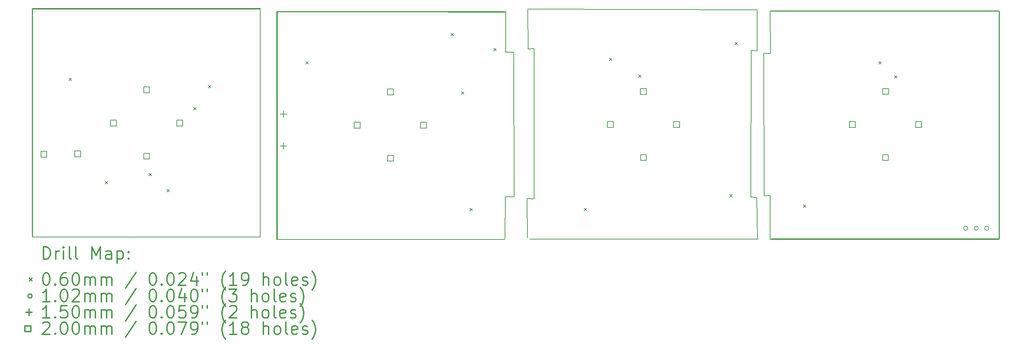
<source format=gbr>
%FSLAX45Y45*%
G04 Gerber Fmt 4.5, Leading zero omitted, Abs format (unit mm)*
G04 Created by KiCad (PCBNEW 4.0.6) date 05/08/17 10:58:55*
%MOMM*%
%LPD*%
G01*
G04 APERTURE LIST*
%ADD10C,0.127000*%
%ADD11C,0.150000*%
%ADD12C,0.200000*%
%ADD13C,0.300000*%
G04 APERTURE END LIST*
D10*
D11*
X15126190Y-7719950D02*
X20676410Y-7735250D01*
X14601950Y-8763870D02*
X14605850Y-7759710D01*
X14591970Y-12260010D02*
X14809350Y-12257470D01*
X14809350Y-12257470D02*
X14798890Y-8764090D01*
X14798890Y-8764090D02*
X14601950Y-8763870D01*
X14590270Y-13269610D02*
X14591970Y-12260010D01*
X15293110Y-8678290D02*
X15145290Y-8683810D01*
X15118870Y-12303930D02*
X15293110Y-12311990D01*
X20679770Y-13271630D02*
X20669270Y-12272430D01*
X20669270Y-12272430D02*
X20518910Y-12269890D01*
X20518910Y-12269890D02*
X20529410Y-8720590D01*
X20529410Y-8720590D02*
X20669610Y-8731090D01*
X20669610Y-8731090D02*
X20669610Y-7744590D01*
X15134790Y-7739510D02*
X15145290Y-8683810D01*
X15293110Y-8678290D02*
X15293110Y-12311990D01*
X15118870Y-12303930D02*
X15129370Y-13250530D01*
X20994170Y-8797350D02*
X20834450Y-8787510D01*
X20834450Y-8787510D02*
X20839530Y-12232470D01*
X20839530Y-12232470D02*
X20984330Y-12227930D01*
X20984330Y-12227930D02*
X20984330Y-13294730D01*
X20984330Y-13294730D02*
X26513530Y-13290290D01*
X26518610Y-7765790D02*
X20986870Y-7759450D01*
X20986870Y-7759450D02*
X20994170Y-8797350D01*
X3177810Y-13232890D02*
X8677810Y-13232890D01*
X3177810Y-13232890D02*
X3177810Y-7732890D01*
X8677810Y-13232890D02*
X8677810Y-7732890D01*
X9073010Y-7779790D02*
X14573010Y-7779790D01*
X9073010Y-13279790D02*
X9073010Y-7779790D01*
X3176210Y-7718290D02*
X8676210Y-7718290D01*
X8676410Y-13209690D02*
X8676410Y-7709690D01*
X3176410Y-13209690D02*
X3176410Y-7709690D01*
X14610510Y-7794590D02*
X9076510Y-7783190D01*
X9076510Y-13283190D02*
X9076510Y-7783190D01*
X26513210Y-7761890D02*
X21013210Y-7761890D01*
X21019610Y-13278290D02*
X26519610Y-13278290D01*
X26519610Y-13278290D02*
X26519610Y-7778290D01*
X26524010Y-7771090D02*
X21024010Y-7771090D01*
X26524010Y-13271090D02*
X26524010Y-7771090D01*
X15195210Y-13282590D02*
X20695210Y-13282590D01*
X20684310Y-13282590D02*
X15184310Y-13282590D01*
X9088410Y-13289590D02*
X14588410Y-13289590D01*
X9088410Y-7789590D02*
X14588410Y-7789590D01*
X9088410Y-13289590D02*
X9088410Y-7789590D01*
X14577510Y-13289590D02*
X9077510Y-13289590D01*
X14577510Y-7789590D02*
X9077510Y-7789590D01*
X9077510Y-13289590D02*
X9077510Y-7789590D01*
X3188010Y-7705990D02*
X8688010Y-7705990D01*
X8677110Y-7705990D02*
X3177110Y-7705990D01*
X8677110Y-13205990D02*
X8677110Y-7705990D01*
X3177110Y-13205990D02*
X3177110Y-7705990D01*
D12*
X4059010Y-9388390D02*
X4119010Y-9448390D01*
X4119010Y-9388390D02*
X4059010Y-9448390D01*
X4935300Y-11884400D02*
X4995300Y-11944400D01*
X4995300Y-11884400D02*
X4935300Y-11944400D01*
X5989310Y-11688290D02*
X6049310Y-11748290D01*
X6049310Y-11688290D02*
X5989310Y-11748290D01*
X6426810Y-12076690D02*
X6486810Y-12136690D01*
X6486810Y-12076690D02*
X6426810Y-12136690D01*
X7066210Y-10096890D02*
X7126210Y-10156890D01*
X7126210Y-10096890D02*
X7066210Y-10156890D01*
X7425410Y-9566390D02*
X7485410Y-9626390D01*
X7485410Y-9566390D02*
X7425410Y-9626390D01*
X9779010Y-8988590D02*
X9839010Y-9048590D01*
X9839010Y-8988590D02*
X9779010Y-9048590D01*
X13279510Y-8307290D02*
X13339510Y-8367290D01*
X13339510Y-8307290D02*
X13279510Y-8367290D01*
X13533510Y-9715790D02*
X13593510Y-9775790D01*
X13593510Y-9715790D02*
X13533510Y-9775790D01*
X13739610Y-12540890D02*
X13799610Y-12600890D01*
X13799610Y-12540890D02*
X13739610Y-12600890D01*
X14317710Y-8669590D02*
X14377710Y-8729590D01*
X14377710Y-8669590D02*
X14317710Y-8729590D01*
X16499610Y-12540890D02*
X16559610Y-12600890D01*
X16559610Y-12540890D02*
X16499610Y-12600890D01*
X17106330Y-8903390D02*
X17166330Y-8963390D01*
X17166330Y-8903390D02*
X17106330Y-8963390D01*
X17813510Y-9310690D02*
X17873510Y-9370690D01*
X17873510Y-9310690D02*
X17813510Y-9370690D01*
X20012910Y-12202490D02*
X20072910Y-12262490D01*
X20072910Y-12202490D02*
X20012910Y-12262490D01*
X20138810Y-8524390D02*
X20198810Y-8584390D01*
X20198810Y-8524390D02*
X20138810Y-8584390D01*
X21793010Y-12455590D02*
X21853010Y-12515590D01*
X21853010Y-12455590D02*
X21793010Y-12515590D01*
X23607810Y-8988590D02*
X23667810Y-9048590D01*
X23667810Y-8988590D02*
X23607810Y-9048590D01*
X23995410Y-9328190D02*
X24055410Y-9388190D01*
X24055410Y-9328190D02*
X23995410Y-9388190D01*
X25759310Y-13018890D02*
G75*
G03X25759310Y-13018890I-50800J0D01*
G01*
X26013310Y-13018890D02*
G75*
G03X26013310Y-13018890I-50800J0D01*
G01*
X26267310Y-13018890D02*
G75*
G03X26267310Y-13018890I-50800J0D01*
G01*
X9238010Y-10184890D02*
X9238010Y-10334890D01*
X9163010Y-10259890D02*
X9313010Y-10259890D01*
X9238010Y-10958290D02*
X9238010Y-11108290D01*
X9163010Y-11033290D02*
X9313010Y-11033290D01*
X3522221Y-11300601D02*
X3522221Y-11159179D01*
X3380799Y-11159179D01*
X3380799Y-11300601D01*
X3522221Y-11300601D01*
X4342621Y-11294001D02*
X4342621Y-11152579D01*
X4201199Y-11152579D01*
X4201199Y-11294001D01*
X4342621Y-11294001D01*
X5204081Y-10545201D02*
X5204081Y-10403779D01*
X5062659Y-10403779D01*
X5062659Y-10545201D01*
X5204081Y-10545201D01*
X6004181Y-9745101D02*
X6004181Y-9603679D01*
X5862759Y-9603679D01*
X5862759Y-9745101D01*
X6004181Y-9745101D01*
X6004181Y-11347841D02*
X6004181Y-11206419D01*
X5862759Y-11206419D01*
X5862759Y-11347841D01*
X6004181Y-11347841D01*
X6804281Y-10545201D02*
X6804281Y-10403779D01*
X6662859Y-10403779D01*
X6662859Y-10545201D01*
X6804281Y-10545201D01*
X11089521Y-10598001D02*
X11089521Y-10456579D01*
X10948099Y-10456579D01*
X10948099Y-10598001D01*
X11089521Y-10598001D01*
X11889621Y-9795361D02*
X11889621Y-9653939D01*
X11748199Y-9653939D01*
X11748199Y-9795361D01*
X11889621Y-9795361D01*
X11889621Y-11398101D02*
X11889621Y-11256679D01*
X11748199Y-11256679D01*
X11748199Y-11398101D01*
X11889621Y-11398101D01*
X12689721Y-10598001D02*
X12689721Y-10456579D01*
X12548299Y-10456579D01*
X12548299Y-10598001D01*
X12689721Y-10598001D01*
X17201481Y-10579701D02*
X17201481Y-10438279D01*
X17060059Y-10438279D01*
X17060059Y-10579701D01*
X17201481Y-10579701D01*
X17996481Y-9782061D02*
X17996481Y-9640639D01*
X17855059Y-9640639D01*
X17855059Y-9782061D01*
X17996481Y-9782061D01*
X18001581Y-11379801D02*
X18001581Y-11238379D01*
X17860159Y-11238379D01*
X17860159Y-11379801D01*
X18001581Y-11379801D01*
X18801681Y-10579701D02*
X18801681Y-10438279D01*
X18660259Y-10438279D01*
X18660259Y-10579701D01*
X18801681Y-10579701D01*
X23046021Y-10579701D02*
X23046021Y-10438279D01*
X22904599Y-10438279D01*
X22904599Y-10579701D01*
X23046021Y-10579701D01*
X23843581Y-11379801D02*
X23843581Y-11238379D01*
X23702159Y-11238379D01*
X23702159Y-11379801D01*
X23843581Y-11379801D01*
X23846821Y-9781601D02*
X23846821Y-9640179D01*
X23705399Y-9640179D01*
X23705399Y-9781601D01*
X23846821Y-9781601D01*
X24646221Y-10579701D02*
X24646221Y-10438279D01*
X24504799Y-10438279D01*
X24504799Y-10579701D01*
X24646221Y-10579701D01*
D13*
X3440138Y-13767944D02*
X3440138Y-13467944D01*
X3511567Y-13467944D01*
X3554424Y-13482230D01*
X3582996Y-13510801D01*
X3597281Y-13539373D01*
X3611567Y-13596516D01*
X3611567Y-13639373D01*
X3597281Y-13696516D01*
X3582996Y-13725087D01*
X3554424Y-13753659D01*
X3511567Y-13767944D01*
X3440138Y-13767944D01*
X3740138Y-13767944D02*
X3740138Y-13567944D01*
X3740138Y-13625087D02*
X3754424Y-13596516D01*
X3768710Y-13582230D01*
X3797281Y-13567944D01*
X3825853Y-13567944D01*
X3925853Y-13767944D02*
X3925853Y-13567944D01*
X3925853Y-13467944D02*
X3911567Y-13482230D01*
X3925853Y-13496516D01*
X3940138Y-13482230D01*
X3925853Y-13467944D01*
X3925853Y-13496516D01*
X4111567Y-13767944D02*
X4082996Y-13753659D01*
X4068710Y-13725087D01*
X4068710Y-13467944D01*
X4268710Y-13767944D02*
X4240139Y-13753659D01*
X4225853Y-13725087D01*
X4225853Y-13467944D01*
X4611567Y-13767944D02*
X4611567Y-13467944D01*
X4711567Y-13682230D01*
X4811567Y-13467944D01*
X4811567Y-13767944D01*
X5082996Y-13767944D02*
X5082996Y-13610801D01*
X5068710Y-13582230D01*
X5040139Y-13567944D01*
X4982996Y-13567944D01*
X4954424Y-13582230D01*
X5082996Y-13753659D02*
X5054424Y-13767944D01*
X4982996Y-13767944D01*
X4954424Y-13753659D01*
X4940139Y-13725087D01*
X4940139Y-13696516D01*
X4954424Y-13667944D01*
X4982996Y-13653659D01*
X5054424Y-13653659D01*
X5082996Y-13639373D01*
X5225853Y-13567944D02*
X5225853Y-13867944D01*
X5225853Y-13582230D02*
X5254424Y-13567944D01*
X5311567Y-13567944D01*
X5340139Y-13582230D01*
X5354424Y-13596516D01*
X5368710Y-13625087D01*
X5368710Y-13710801D01*
X5354424Y-13739373D01*
X5340139Y-13753659D01*
X5311567Y-13767944D01*
X5254424Y-13767944D01*
X5225853Y-13753659D01*
X5497281Y-13739373D02*
X5511567Y-13753659D01*
X5497281Y-13767944D01*
X5482996Y-13753659D01*
X5497281Y-13739373D01*
X5497281Y-13767944D01*
X5497281Y-13582230D02*
X5511567Y-13596516D01*
X5497281Y-13610801D01*
X5482996Y-13596516D01*
X5497281Y-13582230D01*
X5497281Y-13610801D01*
X3108710Y-14232230D02*
X3168710Y-14292230D01*
X3168710Y-14232230D02*
X3108710Y-14292230D01*
X3497281Y-14097944D02*
X3525853Y-14097944D01*
X3554424Y-14112230D01*
X3568710Y-14126516D01*
X3582996Y-14155087D01*
X3597281Y-14212230D01*
X3597281Y-14283659D01*
X3582996Y-14340801D01*
X3568710Y-14369373D01*
X3554424Y-14383659D01*
X3525853Y-14397944D01*
X3497281Y-14397944D01*
X3468710Y-14383659D01*
X3454424Y-14369373D01*
X3440138Y-14340801D01*
X3425853Y-14283659D01*
X3425853Y-14212230D01*
X3440138Y-14155087D01*
X3454424Y-14126516D01*
X3468710Y-14112230D01*
X3497281Y-14097944D01*
X3725853Y-14369373D02*
X3740138Y-14383659D01*
X3725853Y-14397944D01*
X3711567Y-14383659D01*
X3725853Y-14369373D01*
X3725853Y-14397944D01*
X3997281Y-14097944D02*
X3940138Y-14097944D01*
X3911567Y-14112230D01*
X3897281Y-14126516D01*
X3868710Y-14169373D01*
X3854424Y-14226516D01*
X3854424Y-14340801D01*
X3868710Y-14369373D01*
X3882996Y-14383659D01*
X3911567Y-14397944D01*
X3968710Y-14397944D01*
X3997281Y-14383659D01*
X4011567Y-14369373D01*
X4025853Y-14340801D01*
X4025853Y-14269373D01*
X4011567Y-14240801D01*
X3997281Y-14226516D01*
X3968710Y-14212230D01*
X3911567Y-14212230D01*
X3882996Y-14226516D01*
X3868710Y-14240801D01*
X3854424Y-14269373D01*
X4211567Y-14097944D02*
X4240139Y-14097944D01*
X4268710Y-14112230D01*
X4282996Y-14126516D01*
X4297281Y-14155087D01*
X4311567Y-14212230D01*
X4311567Y-14283659D01*
X4297281Y-14340801D01*
X4282996Y-14369373D01*
X4268710Y-14383659D01*
X4240139Y-14397944D01*
X4211567Y-14397944D01*
X4182996Y-14383659D01*
X4168710Y-14369373D01*
X4154424Y-14340801D01*
X4140138Y-14283659D01*
X4140138Y-14212230D01*
X4154424Y-14155087D01*
X4168710Y-14126516D01*
X4182996Y-14112230D01*
X4211567Y-14097944D01*
X4440139Y-14397944D02*
X4440139Y-14197944D01*
X4440139Y-14226516D02*
X4454424Y-14212230D01*
X4482996Y-14197944D01*
X4525853Y-14197944D01*
X4554424Y-14212230D01*
X4568710Y-14240801D01*
X4568710Y-14397944D01*
X4568710Y-14240801D02*
X4582996Y-14212230D01*
X4611567Y-14197944D01*
X4654424Y-14197944D01*
X4682996Y-14212230D01*
X4697281Y-14240801D01*
X4697281Y-14397944D01*
X4840139Y-14397944D02*
X4840139Y-14197944D01*
X4840139Y-14226516D02*
X4854424Y-14212230D01*
X4882996Y-14197944D01*
X4925853Y-14197944D01*
X4954424Y-14212230D01*
X4968710Y-14240801D01*
X4968710Y-14397944D01*
X4968710Y-14240801D02*
X4982996Y-14212230D01*
X5011567Y-14197944D01*
X5054424Y-14197944D01*
X5082996Y-14212230D01*
X5097281Y-14240801D01*
X5097281Y-14397944D01*
X5682996Y-14083659D02*
X5425853Y-14469373D01*
X6068710Y-14097944D02*
X6097281Y-14097944D01*
X6125853Y-14112230D01*
X6140138Y-14126516D01*
X6154424Y-14155087D01*
X6168710Y-14212230D01*
X6168710Y-14283659D01*
X6154424Y-14340801D01*
X6140138Y-14369373D01*
X6125853Y-14383659D01*
X6097281Y-14397944D01*
X6068710Y-14397944D01*
X6040138Y-14383659D01*
X6025853Y-14369373D01*
X6011567Y-14340801D01*
X5997281Y-14283659D01*
X5997281Y-14212230D01*
X6011567Y-14155087D01*
X6025853Y-14126516D01*
X6040138Y-14112230D01*
X6068710Y-14097944D01*
X6297281Y-14369373D02*
X6311567Y-14383659D01*
X6297281Y-14397944D01*
X6282996Y-14383659D01*
X6297281Y-14369373D01*
X6297281Y-14397944D01*
X6497281Y-14097944D02*
X6525853Y-14097944D01*
X6554424Y-14112230D01*
X6568710Y-14126516D01*
X6582995Y-14155087D01*
X6597281Y-14212230D01*
X6597281Y-14283659D01*
X6582995Y-14340801D01*
X6568710Y-14369373D01*
X6554424Y-14383659D01*
X6525853Y-14397944D01*
X6497281Y-14397944D01*
X6468710Y-14383659D01*
X6454424Y-14369373D01*
X6440138Y-14340801D01*
X6425853Y-14283659D01*
X6425853Y-14212230D01*
X6440138Y-14155087D01*
X6454424Y-14126516D01*
X6468710Y-14112230D01*
X6497281Y-14097944D01*
X6711567Y-14126516D02*
X6725853Y-14112230D01*
X6754424Y-14097944D01*
X6825853Y-14097944D01*
X6854424Y-14112230D01*
X6868710Y-14126516D01*
X6882995Y-14155087D01*
X6882995Y-14183659D01*
X6868710Y-14226516D01*
X6697281Y-14397944D01*
X6882995Y-14397944D01*
X7140138Y-14197944D02*
X7140138Y-14397944D01*
X7068710Y-14083659D02*
X6997281Y-14297944D01*
X7182995Y-14297944D01*
X7282996Y-14097944D02*
X7282996Y-14155087D01*
X7397281Y-14097944D02*
X7397281Y-14155087D01*
X7840138Y-14512230D02*
X7825853Y-14497944D01*
X7797281Y-14455087D01*
X7782995Y-14426516D01*
X7768710Y-14383659D01*
X7754424Y-14312230D01*
X7754424Y-14255087D01*
X7768710Y-14183659D01*
X7782995Y-14140801D01*
X7797281Y-14112230D01*
X7825853Y-14069373D01*
X7840138Y-14055087D01*
X8111567Y-14397944D02*
X7940138Y-14397944D01*
X8025853Y-14397944D02*
X8025853Y-14097944D01*
X7997281Y-14140801D01*
X7968710Y-14169373D01*
X7940138Y-14183659D01*
X8254424Y-14397944D02*
X8311567Y-14397944D01*
X8340138Y-14383659D01*
X8354424Y-14369373D01*
X8382995Y-14326516D01*
X8397281Y-14269373D01*
X8397281Y-14155087D01*
X8382995Y-14126516D01*
X8368710Y-14112230D01*
X8340138Y-14097944D01*
X8282995Y-14097944D01*
X8254424Y-14112230D01*
X8240138Y-14126516D01*
X8225853Y-14155087D01*
X8225853Y-14226516D01*
X8240138Y-14255087D01*
X8254424Y-14269373D01*
X8282995Y-14283659D01*
X8340138Y-14283659D01*
X8368710Y-14269373D01*
X8382995Y-14255087D01*
X8397281Y-14226516D01*
X8754424Y-14397944D02*
X8754424Y-14097944D01*
X8882996Y-14397944D02*
X8882996Y-14240801D01*
X8868710Y-14212230D01*
X8840138Y-14197944D01*
X8797281Y-14197944D01*
X8768710Y-14212230D01*
X8754424Y-14226516D01*
X9068710Y-14397944D02*
X9040138Y-14383659D01*
X9025853Y-14369373D01*
X9011567Y-14340801D01*
X9011567Y-14255087D01*
X9025853Y-14226516D01*
X9040138Y-14212230D01*
X9068710Y-14197944D01*
X9111567Y-14197944D01*
X9140138Y-14212230D01*
X9154424Y-14226516D01*
X9168710Y-14255087D01*
X9168710Y-14340801D01*
X9154424Y-14369373D01*
X9140138Y-14383659D01*
X9111567Y-14397944D01*
X9068710Y-14397944D01*
X9340138Y-14397944D02*
X9311567Y-14383659D01*
X9297281Y-14355087D01*
X9297281Y-14097944D01*
X9568710Y-14383659D02*
X9540139Y-14397944D01*
X9482996Y-14397944D01*
X9454424Y-14383659D01*
X9440139Y-14355087D01*
X9440139Y-14240801D01*
X9454424Y-14212230D01*
X9482996Y-14197944D01*
X9540139Y-14197944D01*
X9568710Y-14212230D01*
X9582996Y-14240801D01*
X9582996Y-14269373D01*
X9440139Y-14297944D01*
X9697281Y-14383659D02*
X9725853Y-14397944D01*
X9782996Y-14397944D01*
X9811567Y-14383659D01*
X9825853Y-14355087D01*
X9825853Y-14340801D01*
X9811567Y-14312230D01*
X9782996Y-14297944D01*
X9740139Y-14297944D01*
X9711567Y-14283659D01*
X9697281Y-14255087D01*
X9697281Y-14240801D01*
X9711567Y-14212230D01*
X9740139Y-14197944D01*
X9782996Y-14197944D01*
X9811567Y-14212230D01*
X9925853Y-14512230D02*
X9940139Y-14497944D01*
X9968710Y-14455087D01*
X9982996Y-14426516D01*
X9997281Y-14383659D01*
X10011567Y-14312230D01*
X10011567Y-14255087D01*
X9997281Y-14183659D01*
X9982996Y-14140801D01*
X9968710Y-14112230D01*
X9940139Y-14069373D01*
X9925853Y-14055087D01*
X3168710Y-14658230D02*
G75*
G03X3168710Y-14658230I-50800J0D01*
G01*
X3597281Y-14793944D02*
X3425853Y-14793944D01*
X3511567Y-14793944D02*
X3511567Y-14493944D01*
X3482996Y-14536801D01*
X3454424Y-14565373D01*
X3425853Y-14579659D01*
X3725853Y-14765373D02*
X3740138Y-14779659D01*
X3725853Y-14793944D01*
X3711567Y-14779659D01*
X3725853Y-14765373D01*
X3725853Y-14793944D01*
X3925853Y-14493944D02*
X3954424Y-14493944D01*
X3982996Y-14508230D01*
X3997281Y-14522516D01*
X4011567Y-14551087D01*
X4025853Y-14608230D01*
X4025853Y-14679659D01*
X4011567Y-14736801D01*
X3997281Y-14765373D01*
X3982996Y-14779659D01*
X3954424Y-14793944D01*
X3925853Y-14793944D01*
X3897281Y-14779659D01*
X3882996Y-14765373D01*
X3868710Y-14736801D01*
X3854424Y-14679659D01*
X3854424Y-14608230D01*
X3868710Y-14551087D01*
X3882996Y-14522516D01*
X3897281Y-14508230D01*
X3925853Y-14493944D01*
X4140138Y-14522516D02*
X4154424Y-14508230D01*
X4182996Y-14493944D01*
X4254424Y-14493944D01*
X4282996Y-14508230D01*
X4297281Y-14522516D01*
X4311567Y-14551087D01*
X4311567Y-14579659D01*
X4297281Y-14622516D01*
X4125853Y-14793944D01*
X4311567Y-14793944D01*
X4440139Y-14793944D02*
X4440139Y-14593944D01*
X4440139Y-14622516D02*
X4454424Y-14608230D01*
X4482996Y-14593944D01*
X4525853Y-14593944D01*
X4554424Y-14608230D01*
X4568710Y-14636801D01*
X4568710Y-14793944D01*
X4568710Y-14636801D02*
X4582996Y-14608230D01*
X4611567Y-14593944D01*
X4654424Y-14593944D01*
X4682996Y-14608230D01*
X4697281Y-14636801D01*
X4697281Y-14793944D01*
X4840139Y-14793944D02*
X4840139Y-14593944D01*
X4840139Y-14622516D02*
X4854424Y-14608230D01*
X4882996Y-14593944D01*
X4925853Y-14593944D01*
X4954424Y-14608230D01*
X4968710Y-14636801D01*
X4968710Y-14793944D01*
X4968710Y-14636801D02*
X4982996Y-14608230D01*
X5011567Y-14593944D01*
X5054424Y-14593944D01*
X5082996Y-14608230D01*
X5097281Y-14636801D01*
X5097281Y-14793944D01*
X5682996Y-14479659D02*
X5425853Y-14865373D01*
X6068710Y-14493944D02*
X6097281Y-14493944D01*
X6125853Y-14508230D01*
X6140138Y-14522516D01*
X6154424Y-14551087D01*
X6168710Y-14608230D01*
X6168710Y-14679659D01*
X6154424Y-14736801D01*
X6140138Y-14765373D01*
X6125853Y-14779659D01*
X6097281Y-14793944D01*
X6068710Y-14793944D01*
X6040138Y-14779659D01*
X6025853Y-14765373D01*
X6011567Y-14736801D01*
X5997281Y-14679659D01*
X5997281Y-14608230D01*
X6011567Y-14551087D01*
X6025853Y-14522516D01*
X6040138Y-14508230D01*
X6068710Y-14493944D01*
X6297281Y-14765373D02*
X6311567Y-14779659D01*
X6297281Y-14793944D01*
X6282996Y-14779659D01*
X6297281Y-14765373D01*
X6297281Y-14793944D01*
X6497281Y-14493944D02*
X6525853Y-14493944D01*
X6554424Y-14508230D01*
X6568710Y-14522516D01*
X6582995Y-14551087D01*
X6597281Y-14608230D01*
X6597281Y-14679659D01*
X6582995Y-14736801D01*
X6568710Y-14765373D01*
X6554424Y-14779659D01*
X6525853Y-14793944D01*
X6497281Y-14793944D01*
X6468710Y-14779659D01*
X6454424Y-14765373D01*
X6440138Y-14736801D01*
X6425853Y-14679659D01*
X6425853Y-14608230D01*
X6440138Y-14551087D01*
X6454424Y-14522516D01*
X6468710Y-14508230D01*
X6497281Y-14493944D01*
X6854424Y-14593944D02*
X6854424Y-14793944D01*
X6782995Y-14479659D02*
X6711567Y-14693944D01*
X6897281Y-14693944D01*
X7068710Y-14493944D02*
X7097281Y-14493944D01*
X7125853Y-14508230D01*
X7140138Y-14522516D01*
X7154424Y-14551087D01*
X7168710Y-14608230D01*
X7168710Y-14679659D01*
X7154424Y-14736801D01*
X7140138Y-14765373D01*
X7125853Y-14779659D01*
X7097281Y-14793944D01*
X7068710Y-14793944D01*
X7040138Y-14779659D01*
X7025853Y-14765373D01*
X7011567Y-14736801D01*
X6997281Y-14679659D01*
X6997281Y-14608230D01*
X7011567Y-14551087D01*
X7025853Y-14522516D01*
X7040138Y-14508230D01*
X7068710Y-14493944D01*
X7282996Y-14493944D02*
X7282996Y-14551087D01*
X7397281Y-14493944D02*
X7397281Y-14551087D01*
X7840138Y-14908230D02*
X7825853Y-14893944D01*
X7797281Y-14851087D01*
X7782995Y-14822516D01*
X7768710Y-14779659D01*
X7754424Y-14708230D01*
X7754424Y-14651087D01*
X7768710Y-14579659D01*
X7782995Y-14536801D01*
X7797281Y-14508230D01*
X7825853Y-14465373D01*
X7840138Y-14451087D01*
X7925853Y-14493944D02*
X8111567Y-14493944D01*
X8011567Y-14608230D01*
X8054424Y-14608230D01*
X8082995Y-14622516D01*
X8097281Y-14636801D01*
X8111567Y-14665373D01*
X8111567Y-14736801D01*
X8097281Y-14765373D01*
X8082995Y-14779659D01*
X8054424Y-14793944D01*
X7968710Y-14793944D01*
X7940138Y-14779659D01*
X7925853Y-14765373D01*
X8468710Y-14793944D02*
X8468710Y-14493944D01*
X8597281Y-14793944D02*
X8597281Y-14636801D01*
X8582996Y-14608230D01*
X8554424Y-14593944D01*
X8511567Y-14593944D01*
X8482996Y-14608230D01*
X8468710Y-14622516D01*
X8782996Y-14793944D02*
X8754424Y-14779659D01*
X8740138Y-14765373D01*
X8725853Y-14736801D01*
X8725853Y-14651087D01*
X8740138Y-14622516D01*
X8754424Y-14608230D01*
X8782996Y-14593944D01*
X8825853Y-14593944D01*
X8854424Y-14608230D01*
X8868710Y-14622516D01*
X8882996Y-14651087D01*
X8882996Y-14736801D01*
X8868710Y-14765373D01*
X8854424Y-14779659D01*
X8825853Y-14793944D01*
X8782996Y-14793944D01*
X9054424Y-14793944D02*
X9025853Y-14779659D01*
X9011567Y-14751087D01*
X9011567Y-14493944D01*
X9282996Y-14779659D02*
X9254424Y-14793944D01*
X9197281Y-14793944D01*
X9168710Y-14779659D01*
X9154424Y-14751087D01*
X9154424Y-14636801D01*
X9168710Y-14608230D01*
X9197281Y-14593944D01*
X9254424Y-14593944D01*
X9282996Y-14608230D01*
X9297281Y-14636801D01*
X9297281Y-14665373D01*
X9154424Y-14693944D01*
X9411567Y-14779659D02*
X9440139Y-14793944D01*
X9497281Y-14793944D01*
X9525853Y-14779659D01*
X9540139Y-14751087D01*
X9540139Y-14736801D01*
X9525853Y-14708230D01*
X9497281Y-14693944D01*
X9454424Y-14693944D01*
X9425853Y-14679659D01*
X9411567Y-14651087D01*
X9411567Y-14636801D01*
X9425853Y-14608230D01*
X9454424Y-14593944D01*
X9497281Y-14593944D01*
X9525853Y-14608230D01*
X9640138Y-14908230D02*
X9654424Y-14893944D01*
X9682996Y-14851087D01*
X9697281Y-14822516D01*
X9711567Y-14779659D01*
X9725853Y-14708230D01*
X9725853Y-14651087D01*
X9711567Y-14579659D01*
X9697281Y-14536801D01*
X9682996Y-14508230D01*
X9654424Y-14465373D01*
X9640138Y-14451087D01*
X3093710Y-14979230D02*
X3093710Y-15129230D01*
X3018710Y-15054230D02*
X3168710Y-15054230D01*
X3597281Y-15189944D02*
X3425853Y-15189944D01*
X3511567Y-15189944D02*
X3511567Y-14889944D01*
X3482996Y-14932801D01*
X3454424Y-14961373D01*
X3425853Y-14975659D01*
X3725853Y-15161373D02*
X3740138Y-15175659D01*
X3725853Y-15189944D01*
X3711567Y-15175659D01*
X3725853Y-15161373D01*
X3725853Y-15189944D01*
X4011567Y-14889944D02*
X3868710Y-14889944D01*
X3854424Y-15032801D01*
X3868710Y-15018516D01*
X3897281Y-15004230D01*
X3968710Y-15004230D01*
X3997281Y-15018516D01*
X4011567Y-15032801D01*
X4025853Y-15061373D01*
X4025853Y-15132801D01*
X4011567Y-15161373D01*
X3997281Y-15175659D01*
X3968710Y-15189944D01*
X3897281Y-15189944D01*
X3868710Y-15175659D01*
X3854424Y-15161373D01*
X4211567Y-14889944D02*
X4240139Y-14889944D01*
X4268710Y-14904230D01*
X4282996Y-14918516D01*
X4297281Y-14947087D01*
X4311567Y-15004230D01*
X4311567Y-15075659D01*
X4297281Y-15132801D01*
X4282996Y-15161373D01*
X4268710Y-15175659D01*
X4240139Y-15189944D01*
X4211567Y-15189944D01*
X4182996Y-15175659D01*
X4168710Y-15161373D01*
X4154424Y-15132801D01*
X4140138Y-15075659D01*
X4140138Y-15004230D01*
X4154424Y-14947087D01*
X4168710Y-14918516D01*
X4182996Y-14904230D01*
X4211567Y-14889944D01*
X4440139Y-15189944D02*
X4440139Y-14989944D01*
X4440139Y-15018516D02*
X4454424Y-15004230D01*
X4482996Y-14989944D01*
X4525853Y-14989944D01*
X4554424Y-15004230D01*
X4568710Y-15032801D01*
X4568710Y-15189944D01*
X4568710Y-15032801D02*
X4582996Y-15004230D01*
X4611567Y-14989944D01*
X4654424Y-14989944D01*
X4682996Y-15004230D01*
X4697281Y-15032801D01*
X4697281Y-15189944D01*
X4840139Y-15189944D02*
X4840139Y-14989944D01*
X4840139Y-15018516D02*
X4854424Y-15004230D01*
X4882996Y-14989944D01*
X4925853Y-14989944D01*
X4954424Y-15004230D01*
X4968710Y-15032801D01*
X4968710Y-15189944D01*
X4968710Y-15032801D02*
X4982996Y-15004230D01*
X5011567Y-14989944D01*
X5054424Y-14989944D01*
X5082996Y-15004230D01*
X5097281Y-15032801D01*
X5097281Y-15189944D01*
X5682996Y-14875659D02*
X5425853Y-15261373D01*
X6068710Y-14889944D02*
X6097281Y-14889944D01*
X6125853Y-14904230D01*
X6140138Y-14918516D01*
X6154424Y-14947087D01*
X6168710Y-15004230D01*
X6168710Y-15075659D01*
X6154424Y-15132801D01*
X6140138Y-15161373D01*
X6125853Y-15175659D01*
X6097281Y-15189944D01*
X6068710Y-15189944D01*
X6040138Y-15175659D01*
X6025853Y-15161373D01*
X6011567Y-15132801D01*
X5997281Y-15075659D01*
X5997281Y-15004230D01*
X6011567Y-14947087D01*
X6025853Y-14918516D01*
X6040138Y-14904230D01*
X6068710Y-14889944D01*
X6297281Y-15161373D02*
X6311567Y-15175659D01*
X6297281Y-15189944D01*
X6282996Y-15175659D01*
X6297281Y-15161373D01*
X6297281Y-15189944D01*
X6497281Y-14889944D02*
X6525853Y-14889944D01*
X6554424Y-14904230D01*
X6568710Y-14918516D01*
X6582995Y-14947087D01*
X6597281Y-15004230D01*
X6597281Y-15075659D01*
X6582995Y-15132801D01*
X6568710Y-15161373D01*
X6554424Y-15175659D01*
X6525853Y-15189944D01*
X6497281Y-15189944D01*
X6468710Y-15175659D01*
X6454424Y-15161373D01*
X6440138Y-15132801D01*
X6425853Y-15075659D01*
X6425853Y-15004230D01*
X6440138Y-14947087D01*
X6454424Y-14918516D01*
X6468710Y-14904230D01*
X6497281Y-14889944D01*
X6868710Y-14889944D02*
X6725853Y-14889944D01*
X6711567Y-15032801D01*
X6725853Y-15018516D01*
X6754424Y-15004230D01*
X6825853Y-15004230D01*
X6854424Y-15018516D01*
X6868710Y-15032801D01*
X6882995Y-15061373D01*
X6882995Y-15132801D01*
X6868710Y-15161373D01*
X6854424Y-15175659D01*
X6825853Y-15189944D01*
X6754424Y-15189944D01*
X6725853Y-15175659D01*
X6711567Y-15161373D01*
X7025853Y-15189944D02*
X7082995Y-15189944D01*
X7111567Y-15175659D01*
X7125853Y-15161373D01*
X7154424Y-15118516D01*
X7168710Y-15061373D01*
X7168710Y-14947087D01*
X7154424Y-14918516D01*
X7140138Y-14904230D01*
X7111567Y-14889944D01*
X7054424Y-14889944D01*
X7025853Y-14904230D01*
X7011567Y-14918516D01*
X6997281Y-14947087D01*
X6997281Y-15018516D01*
X7011567Y-15047087D01*
X7025853Y-15061373D01*
X7054424Y-15075659D01*
X7111567Y-15075659D01*
X7140138Y-15061373D01*
X7154424Y-15047087D01*
X7168710Y-15018516D01*
X7282996Y-14889944D02*
X7282996Y-14947087D01*
X7397281Y-14889944D02*
X7397281Y-14947087D01*
X7840138Y-15304230D02*
X7825853Y-15289944D01*
X7797281Y-15247087D01*
X7782995Y-15218516D01*
X7768710Y-15175659D01*
X7754424Y-15104230D01*
X7754424Y-15047087D01*
X7768710Y-14975659D01*
X7782995Y-14932801D01*
X7797281Y-14904230D01*
X7825853Y-14861373D01*
X7840138Y-14847087D01*
X7940138Y-14918516D02*
X7954424Y-14904230D01*
X7982995Y-14889944D01*
X8054424Y-14889944D01*
X8082995Y-14904230D01*
X8097281Y-14918516D01*
X8111567Y-14947087D01*
X8111567Y-14975659D01*
X8097281Y-15018516D01*
X7925853Y-15189944D01*
X8111567Y-15189944D01*
X8468710Y-15189944D02*
X8468710Y-14889944D01*
X8597281Y-15189944D02*
X8597281Y-15032801D01*
X8582996Y-15004230D01*
X8554424Y-14989944D01*
X8511567Y-14989944D01*
X8482996Y-15004230D01*
X8468710Y-15018516D01*
X8782996Y-15189944D02*
X8754424Y-15175659D01*
X8740138Y-15161373D01*
X8725853Y-15132801D01*
X8725853Y-15047087D01*
X8740138Y-15018516D01*
X8754424Y-15004230D01*
X8782996Y-14989944D01*
X8825853Y-14989944D01*
X8854424Y-15004230D01*
X8868710Y-15018516D01*
X8882996Y-15047087D01*
X8882996Y-15132801D01*
X8868710Y-15161373D01*
X8854424Y-15175659D01*
X8825853Y-15189944D01*
X8782996Y-15189944D01*
X9054424Y-15189944D02*
X9025853Y-15175659D01*
X9011567Y-15147087D01*
X9011567Y-14889944D01*
X9282996Y-15175659D02*
X9254424Y-15189944D01*
X9197281Y-15189944D01*
X9168710Y-15175659D01*
X9154424Y-15147087D01*
X9154424Y-15032801D01*
X9168710Y-15004230D01*
X9197281Y-14989944D01*
X9254424Y-14989944D01*
X9282996Y-15004230D01*
X9297281Y-15032801D01*
X9297281Y-15061373D01*
X9154424Y-15089944D01*
X9411567Y-15175659D02*
X9440139Y-15189944D01*
X9497281Y-15189944D01*
X9525853Y-15175659D01*
X9540139Y-15147087D01*
X9540139Y-15132801D01*
X9525853Y-15104230D01*
X9497281Y-15089944D01*
X9454424Y-15089944D01*
X9425853Y-15075659D01*
X9411567Y-15047087D01*
X9411567Y-15032801D01*
X9425853Y-15004230D01*
X9454424Y-14989944D01*
X9497281Y-14989944D01*
X9525853Y-15004230D01*
X9640138Y-15304230D02*
X9654424Y-15289944D01*
X9682996Y-15247087D01*
X9697281Y-15218516D01*
X9711567Y-15175659D01*
X9725853Y-15104230D01*
X9725853Y-15047087D01*
X9711567Y-14975659D01*
X9697281Y-14932801D01*
X9682996Y-14904230D01*
X9654424Y-14861373D01*
X9640138Y-14847087D01*
X3139421Y-15520941D02*
X3139421Y-15379519D01*
X2997998Y-15379519D01*
X2997998Y-15520941D01*
X3139421Y-15520941D01*
X3425853Y-15314516D02*
X3440138Y-15300230D01*
X3468710Y-15285944D01*
X3540138Y-15285944D01*
X3568710Y-15300230D01*
X3582996Y-15314516D01*
X3597281Y-15343087D01*
X3597281Y-15371659D01*
X3582996Y-15414516D01*
X3411567Y-15585944D01*
X3597281Y-15585944D01*
X3725853Y-15557373D02*
X3740138Y-15571659D01*
X3725853Y-15585944D01*
X3711567Y-15571659D01*
X3725853Y-15557373D01*
X3725853Y-15585944D01*
X3925853Y-15285944D02*
X3954424Y-15285944D01*
X3982996Y-15300230D01*
X3997281Y-15314516D01*
X4011567Y-15343087D01*
X4025853Y-15400230D01*
X4025853Y-15471659D01*
X4011567Y-15528801D01*
X3997281Y-15557373D01*
X3982996Y-15571659D01*
X3954424Y-15585944D01*
X3925853Y-15585944D01*
X3897281Y-15571659D01*
X3882996Y-15557373D01*
X3868710Y-15528801D01*
X3854424Y-15471659D01*
X3854424Y-15400230D01*
X3868710Y-15343087D01*
X3882996Y-15314516D01*
X3897281Y-15300230D01*
X3925853Y-15285944D01*
X4211567Y-15285944D02*
X4240139Y-15285944D01*
X4268710Y-15300230D01*
X4282996Y-15314516D01*
X4297281Y-15343087D01*
X4311567Y-15400230D01*
X4311567Y-15471659D01*
X4297281Y-15528801D01*
X4282996Y-15557373D01*
X4268710Y-15571659D01*
X4240139Y-15585944D01*
X4211567Y-15585944D01*
X4182996Y-15571659D01*
X4168710Y-15557373D01*
X4154424Y-15528801D01*
X4140138Y-15471659D01*
X4140138Y-15400230D01*
X4154424Y-15343087D01*
X4168710Y-15314516D01*
X4182996Y-15300230D01*
X4211567Y-15285944D01*
X4440139Y-15585944D02*
X4440139Y-15385944D01*
X4440139Y-15414516D02*
X4454424Y-15400230D01*
X4482996Y-15385944D01*
X4525853Y-15385944D01*
X4554424Y-15400230D01*
X4568710Y-15428801D01*
X4568710Y-15585944D01*
X4568710Y-15428801D02*
X4582996Y-15400230D01*
X4611567Y-15385944D01*
X4654424Y-15385944D01*
X4682996Y-15400230D01*
X4697281Y-15428801D01*
X4697281Y-15585944D01*
X4840139Y-15585944D02*
X4840139Y-15385944D01*
X4840139Y-15414516D02*
X4854424Y-15400230D01*
X4882996Y-15385944D01*
X4925853Y-15385944D01*
X4954424Y-15400230D01*
X4968710Y-15428801D01*
X4968710Y-15585944D01*
X4968710Y-15428801D02*
X4982996Y-15400230D01*
X5011567Y-15385944D01*
X5054424Y-15385944D01*
X5082996Y-15400230D01*
X5097281Y-15428801D01*
X5097281Y-15585944D01*
X5682996Y-15271659D02*
X5425853Y-15657373D01*
X6068710Y-15285944D02*
X6097281Y-15285944D01*
X6125853Y-15300230D01*
X6140138Y-15314516D01*
X6154424Y-15343087D01*
X6168710Y-15400230D01*
X6168710Y-15471659D01*
X6154424Y-15528801D01*
X6140138Y-15557373D01*
X6125853Y-15571659D01*
X6097281Y-15585944D01*
X6068710Y-15585944D01*
X6040138Y-15571659D01*
X6025853Y-15557373D01*
X6011567Y-15528801D01*
X5997281Y-15471659D01*
X5997281Y-15400230D01*
X6011567Y-15343087D01*
X6025853Y-15314516D01*
X6040138Y-15300230D01*
X6068710Y-15285944D01*
X6297281Y-15557373D02*
X6311567Y-15571659D01*
X6297281Y-15585944D01*
X6282996Y-15571659D01*
X6297281Y-15557373D01*
X6297281Y-15585944D01*
X6497281Y-15285944D02*
X6525853Y-15285944D01*
X6554424Y-15300230D01*
X6568710Y-15314516D01*
X6582995Y-15343087D01*
X6597281Y-15400230D01*
X6597281Y-15471659D01*
X6582995Y-15528801D01*
X6568710Y-15557373D01*
X6554424Y-15571659D01*
X6525853Y-15585944D01*
X6497281Y-15585944D01*
X6468710Y-15571659D01*
X6454424Y-15557373D01*
X6440138Y-15528801D01*
X6425853Y-15471659D01*
X6425853Y-15400230D01*
X6440138Y-15343087D01*
X6454424Y-15314516D01*
X6468710Y-15300230D01*
X6497281Y-15285944D01*
X6697281Y-15285944D02*
X6897281Y-15285944D01*
X6768710Y-15585944D01*
X7025853Y-15585944D02*
X7082995Y-15585944D01*
X7111567Y-15571659D01*
X7125853Y-15557373D01*
X7154424Y-15514516D01*
X7168710Y-15457373D01*
X7168710Y-15343087D01*
X7154424Y-15314516D01*
X7140138Y-15300230D01*
X7111567Y-15285944D01*
X7054424Y-15285944D01*
X7025853Y-15300230D01*
X7011567Y-15314516D01*
X6997281Y-15343087D01*
X6997281Y-15414516D01*
X7011567Y-15443087D01*
X7025853Y-15457373D01*
X7054424Y-15471659D01*
X7111567Y-15471659D01*
X7140138Y-15457373D01*
X7154424Y-15443087D01*
X7168710Y-15414516D01*
X7282996Y-15285944D02*
X7282996Y-15343087D01*
X7397281Y-15285944D02*
X7397281Y-15343087D01*
X7840138Y-15700230D02*
X7825853Y-15685944D01*
X7797281Y-15643087D01*
X7782995Y-15614516D01*
X7768710Y-15571659D01*
X7754424Y-15500230D01*
X7754424Y-15443087D01*
X7768710Y-15371659D01*
X7782995Y-15328801D01*
X7797281Y-15300230D01*
X7825853Y-15257373D01*
X7840138Y-15243087D01*
X8111567Y-15585944D02*
X7940138Y-15585944D01*
X8025853Y-15585944D02*
X8025853Y-15285944D01*
X7997281Y-15328801D01*
X7968710Y-15357373D01*
X7940138Y-15371659D01*
X8282995Y-15414516D02*
X8254424Y-15400230D01*
X8240138Y-15385944D01*
X8225853Y-15357373D01*
X8225853Y-15343087D01*
X8240138Y-15314516D01*
X8254424Y-15300230D01*
X8282995Y-15285944D01*
X8340138Y-15285944D01*
X8368710Y-15300230D01*
X8382995Y-15314516D01*
X8397281Y-15343087D01*
X8397281Y-15357373D01*
X8382995Y-15385944D01*
X8368710Y-15400230D01*
X8340138Y-15414516D01*
X8282995Y-15414516D01*
X8254424Y-15428801D01*
X8240138Y-15443087D01*
X8225853Y-15471659D01*
X8225853Y-15528801D01*
X8240138Y-15557373D01*
X8254424Y-15571659D01*
X8282995Y-15585944D01*
X8340138Y-15585944D01*
X8368710Y-15571659D01*
X8382995Y-15557373D01*
X8397281Y-15528801D01*
X8397281Y-15471659D01*
X8382995Y-15443087D01*
X8368710Y-15428801D01*
X8340138Y-15414516D01*
X8754424Y-15585944D02*
X8754424Y-15285944D01*
X8882996Y-15585944D02*
X8882996Y-15428801D01*
X8868710Y-15400230D01*
X8840138Y-15385944D01*
X8797281Y-15385944D01*
X8768710Y-15400230D01*
X8754424Y-15414516D01*
X9068710Y-15585944D02*
X9040138Y-15571659D01*
X9025853Y-15557373D01*
X9011567Y-15528801D01*
X9011567Y-15443087D01*
X9025853Y-15414516D01*
X9040138Y-15400230D01*
X9068710Y-15385944D01*
X9111567Y-15385944D01*
X9140138Y-15400230D01*
X9154424Y-15414516D01*
X9168710Y-15443087D01*
X9168710Y-15528801D01*
X9154424Y-15557373D01*
X9140138Y-15571659D01*
X9111567Y-15585944D01*
X9068710Y-15585944D01*
X9340138Y-15585944D02*
X9311567Y-15571659D01*
X9297281Y-15543087D01*
X9297281Y-15285944D01*
X9568710Y-15571659D02*
X9540139Y-15585944D01*
X9482996Y-15585944D01*
X9454424Y-15571659D01*
X9440139Y-15543087D01*
X9440139Y-15428801D01*
X9454424Y-15400230D01*
X9482996Y-15385944D01*
X9540139Y-15385944D01*
X9568710Y-15400230D01*
X9582996Y-15428801D01*
X9582996Y-15457373D01*
X9440139Y-15485944D01*
X9697281Y-15571659D02*
X9725853Y-15585944D01*
X9782996Y-15585944D01*
X9811567Y-15571659D01*
X9825853Y-15543087D01*
X9825853Y-15528801D01*
X9811567Y-15500230D01*
X9782996Y-15485944D01*
X9740139Y-15485944D01*
X9711567Y-15471659D01*
X9697281Y-15443087D01*
X9697281Y-15428801D01*
X9711567Y-15400230D01*
X9740139Y-15385944D01*
X9782996Y-15385944D01*
X9811567Y-15400230D01*
X9925853Y-15700230D02*
X9940139Y-15685944D01*
X9968710Y-15643087D01*
X9982996Y-15614516D01*
X9997281Y-15571659D01*
X10011567Y-15500230D01*
X10011567Y-15443087D01*
X9997281Y-15371659D01*
X9982996Y-15328801D01*
X9968710Y-15300230D01*
X9940139Y-15257373D01*
X9925853Y-15243087D01*
M02*

</source>
